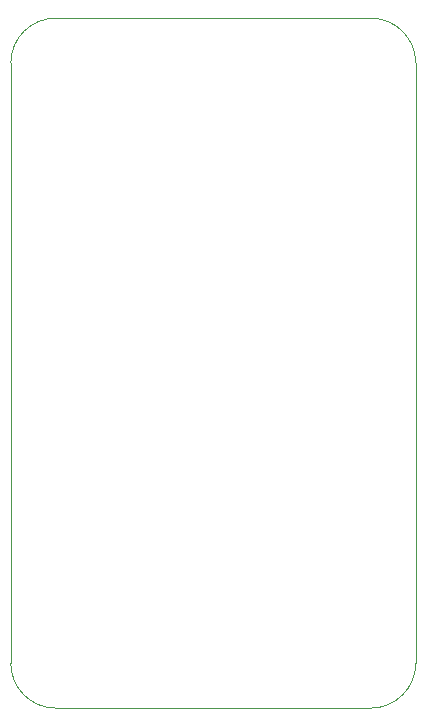
<source format=gbr>
%TF.GenerationSoftware,KiCad,Pcbnew,(6.0.6)*%
%TF.CreationDate,2022-09-17T14:28:24+02:00*%
%TF.ProjectId,Tiny handheld,54696e79-2068-4616-9e64-68656c642e6b,1.0*%
%TF.SameCoordinates,Original*%
%TF.FileFunction,Profile,NP*%
%FSLAX46Y46*%
G04 Gerber Fmt 4.6, Leading zero omitted, Abs format (unit mm)*
G04 Created by KiCad (PCBNEW (6.0.6)) date 2022-09-17 14:28:24*
%MOMM*%
%LPD*%
G01*
G04 APERTURE LIST*
%TA.AperFunction,Profile*%
%ADD10C,0.100000*%
%TD*%
G04 APERTURE END LIST*
D10*
X133208000Y-126948000D02*
G75*
G03*
X137018000Y-130758000I3810000J0D01*
G01*
X137018000Y-72338000D02*
G75*
G03*
X133208000Y-76148000I0J-3810000D01*
G01*
X133208000Y-77418000D02*
X133208000Y-76148000D01*
X167498000Y-76148000D02*
G75*
G03*
X163688000Y-72338000I-3810000J0D01*
G01*
X163688000Y-130758000D02*
G75*
G03*
X167498000Y-126948000I0J3810000D01*
G01*
X133208000Y-126948000D02*
X133208000Y-77418000D01*
X167498000Y-76148000D02*
X167498000Y-126948000D01*
X137018000Y-72338000D02*
X163688000Y-72338000D01*
X163688000Y-130758000D02*
X137018000Y-130758000D01*
M02*

</source>
